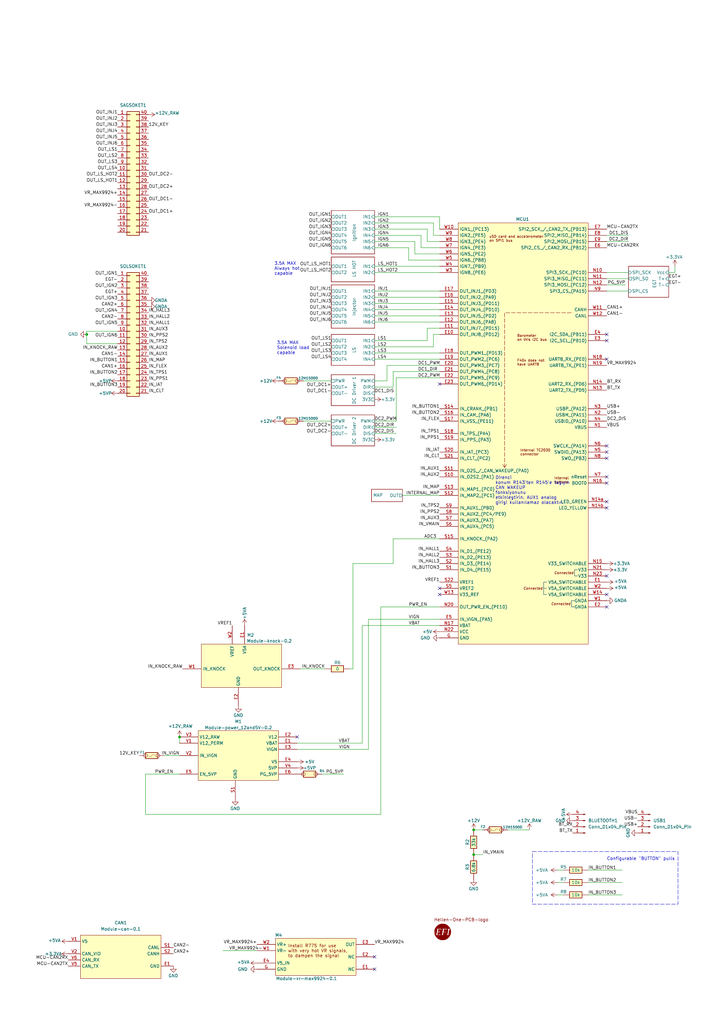
<source format=kicad_sch>
(kicad_sch (version 20231120) (generator "eeschema") (generator_version "8.0")
  (paper "A3" portrait)
  (title_block (title "UAEFI") (date "2024-08-15") (rev "D") (company "rusEFI.com") (comment 1 "https://rusefi.com/s/uaefi"))
  (lib_symbols
    (symbol "Connector:Conn_01x04_Pin" (pin_names (offset 1.016) hide)
      (property "Reference" "J" (at 0 5.08 0))
      (property "Value" "Conn_01x04_Pin" (at 0 -7.62 0))
      (symbol "Conn_01x04_Pin_1_1"
        (pin passive line (at 5.08 2.54 180) (length 3.81) (name "Pin_1") (number "1"))
        (pin passive line (at 5.08 0 180) (length 3.81) (name "Pin_2") (number "2"))
        (pin passive line (at 5.08 -2.54 180) (length 3.81) (name "Pin_3") (number "3"))
        (pin passive line (at 5.08 -5.08 180) (length 3.81) (name "Pin_4") (number "4"))
      )
    )
    (symbol "Connector_Generic:Conn_02x20_Counter_Clockwise" (pin_names (offset 1.016) hide)
      (property "Reference" "J" (at 1.27 25.4 0))
      (property "Value" "Conn_02x20_Counter_Clockwise" (at 1.27 -27.94 0))
      (symbol "Conn_02x20_Counter_Clockwise_1_1"
        (pin passive line (at -5.08 22.86 0) (length 3.81) (name "Pin_1") (number "1"))
        (pin passive line (at -5.08 0 0) (length 3.81) (name "Pin_10") (number "10"))
        (pin passive line (at -5.08 -2.54 0) (length 3.81) (name "Pin_11") (number "11"))
        (pin passive line (at -5.08 -5.08 0) (length 3.81) (name "Pin_12") (number "12"))
        (pin passive line (at -5.08 -7.62 0) (length 3.81) (name "Pin_13") (number "13"))
        (pin passive line (at -5.08 -10.16 0) (length 3.81) (name "Pin_14") (number "14"))
        (pin passive line (at -5.08 -12.7 0) (length 3.81) (name "Pin_15") (number "15"))
        (pin passive line (at -5.08 -15.24 0) (length 3.81) (name "Pin_16") (number "16"))
        (pin passive line (at -5.08 -17.78 0) (length 3.81) (name "Pin_17") (number "17"))
        (pin passive line (at -5.08 -20.32 0) (length 3.81) (name "Pin_18") (number "18"))
        (pin passive line (at -5.08 -22.86 0) (length 3.81) (name "Pin_19") (number "19"))
        (pin passive line (at -5.08 20.32 0) (length 3.81) (name "Pin_2") (number "2"))
        (pin passive line (at -5.08 -25.4 0) (length 3.81) (name "Pin_20") (number "20"))
        (pin passive line (at 7.62 -25.4 180) (length 3.81) (name "Pin_21") (number "21"))
        (pin passive line (at 7.62 -22.86 180) (length 3.81) (name "Pin_22") (number "22"))
        (pin passive line (at 7.62 -20.32 180) (length 3.81) (name "Pin_23") (number "23"))
        (pin passive line (at 7.62 -17.78 180) (length 3.81) (name "Pin_24") (number "24"))
        (pin passive line (at 7.62 -15.24 180) (length 3.81) (name "Pin_25") (number "25"))
        (pin passive line (at 7.62 -12.7 180) (length 3.81) (name "Pin_26") (number "26"))
        (pin passive line (at 7.62 -10.16 180) (length 3.81) (name "Pin_27") (number "27"))
        (pin passive line (at 7.62 -7.62 180) (length 3.81) (name "Pin_28") (number "28"))
        (pin passive line (at 7.62 -5.08 180) (length 3.81) (name "Pin_29") (number "29"))
        (pin passive line (at -5.08 17.78 0) (length 3.81) (name "Pin_3") (number "3"))
        (pin passive line (at 7.62 -2.54 180) (length 3.81) (name "Pin_30") (number "30"))
        (pin passive line (at 7.62 0 180) (length 3.81) (name "Pin_31") (number "31"))
        (pin passive line (at 7.62 2.54 180) (length 3.81) (name "Pin_32") (number "32"))
        (pin passive line (at 7.62 5.08 180) (length 3.81) (name "Pin_33") (number "33"))
        (pin passive line (at 7.62 7.62 180) (length 3.81) (name "Pin_34") (number "34"))
        (pin passive line (at 7.62 10.16 180) (length 3.81) (name "Pin_35") (number "35"))
        (pin passive line (at 7.62 12.7 180) (length 3.81) (name "Pin_36") (number "36"))
        (pin passive line (at 7.62 15.24 180) (length 3.81) (name "Pin_37") (number "37"))
        (pin passive line (at 7.62 17.78 180) (length 3.81) (name "Pin_38") (number "38"))
        (pin passive line (at 7.62 20.32 180) (length 3.81) (name "Pin_39") (number "39"))
        (pin passive line (at -5.08 15.24 0) (length 3.81) (name "Pin_4") (number "4"))
        (pin passive line (at 7.62 22.86 180) (length 3.81) (name "Pin_40") (number "40"))
        (pin passive line (at -5.08 12.7 0) (length 3.81) (name "Pin_5") (number "5"))
        (pin passive line (at -5.08 10.16 0) (length 3.81) (name "Pin_6") (number "6"))
        (pin passive line (at -5.08 7.62 0) (length 3.81) (name "Pin_7") (number "7"))
        (pin passive line (at -5.08 5.08 0) (length 3.81) (name "Pin_8") (number "8"))
        (pin passive line (at -5.08 2.54 0) (length 3.81) (name "Pin_9") (number "9"))
      )
    )
    (symbol "hellen-one-can-0.1:Module-can-0.1"
      (property "Reference" "M" (at 0 0 0))
      (property "Value" "Module-can-0.1" (at 0 0 0))
      (symbol "Module-can-0.1_1_0"
        (pin passive line (at 38.1 -12.7 180) (length 5.08) (name "GND") (number "E1"))
        (pin passive line (at 38.1 -5.08 180) (length 5.08) (name "CANL") (number "S1"))
        (pin passive line (at 38.1 -7.62 180) (length 5.08) (name "CANH") (number "S2"))
        (pin passive line (at -5.08 -2.54 0) (length 5.08) (name "V5") (number "V1"))
        (pin passive line (at -5.08 -7.62 0) (length 5.08) (name "CAN_VIO") (number "V2"))
        (pin passive line (at -5.08 -12.7 0) (length 5.08) (name "CAN_TX") (number "V5"))
        (pin passive line (at -5.08 -10.16 0) (length 5.08) (name "CAN_RX") (number "V6"))
      )
    )
    (symbol "hellen-one-common:+12V_RAW" (power) (pin_names (offset 0))
      (property "Value" "+12V_RAW" (at 0 3.556 0))
      (symbol "+12V_RAW_1_1"
        (pin power_in line (at 0 0 90) (length 0) hide (name "+12V_RAW") (number "1"))
      )
    )
    (symbol "hellen-one-common:Fuse-Pad-Pad" (pin_numbers hide) (pin_names (offset 0.762) hide)
      (property "Reference" "F" (at 0 2.54 0))
      (symbol "Fuse-Pad-Pad_0_1"
        (pin passive line (at -5.08 0 0) (length 2.54) (name "1") (number "1"))
        (pin passive line (at 5.08 0 180) (length 2.54) (name "2") (number "2"))
      )
    )
    (symbol "hellen-one-common:Jumper-Pad-Pad" (pin_numbers hide) (pin_names (offset 0.762) hide)
      (property "Reference" "R" (at 0 2.54 0))
      (symbol "Jumper-Pad-Pad_0_1"
        (pin passive line (at -5.08 0 0) (length 2.54) (name "1") (number "1"))
        (pin passive line (at 5.08 0 180) (length 2.54) (name "2") (number "2"))
      )
    )
    (symbol "hellen-one-common:LOGO" (pin_names (offset 1.016))
      (symbol "LOGO_0_0"
        (text "" (at 35.56 6.35 0) (effects (font (size 1.27 1.27))))
        (text "Hellen-One-PCB-logo" (at 0 0 0) (effects (font (size 1.27 1.27))))
      )
    )
    (symbol "hellen-one-common:Res" (pin_numbers hide)
      (property "Reference" "R" (at 3.81 2.54 0))
      (property "Value" "Res" (at 5.08 -2.54 0))
      (symbol "Res_1_0"
        (pin passive line (at 0 0 0) (length 2.54) (name "") (number "1"))
        (pin passive line (at 10.16 0 180) (length 2.54) (name "") (number "2"))
      )
    )
    (symbol "hellen-one-knock-0.2:Module-knock-0.2"
      (property "Reference" "M" (at 0 0 0))
      (property "Value" "Module-knock-0.2" (at 0 0 0))
      (symbol "Module-knock-0.2_1_0"
        (pin passive line (at 17.78 7.62 270) (length 7.62) (name "V5A") (number "E1"))
        (pin passive line (at 15.24 -25.4 90) (length 7.62) (name "GND") (number "E2"))
        (pin passive line (at 40.64 -10.16 180) (length 7.62) (name "OUT_KNOCK") (number "E3"))
        (pin passive line (at -7.62 -10.16 0) (length 7.62) (name "IN_KNOCK") (number "W1"))
        (pin passive line (at 12.7 7.62 270) (length 7.62) (name "VREF") (number "W2"))
      )
    )
    (symbol "hellen-one-mega-mcu100-0.3:Module{colon}mega-mcu100/0.3"
      (property "Reference" "M100" (at 7.62 2.54 0))
      (property "Value" "Module:mega-mcu100/0.3" (at 7.62 -172.72 0))
      (symbol "Module{colon}mega-mcu100/0.3_1_0"
        (text "Barometer\non this I2C bus" (at 31.75 -44.45 0) (effects (font (size 1.016 1.016)) (justify left)))
        (text "Connected" (at 34.29 -147.32 0) (effects (font (size 1.016 1.016) (italic yes)) (justify left)))
        (text "Connected" (at 45.72 -153.67 0) (effects (font (size 1.016 1.016) (italic yes)) (justify left)))
        (text "Connected" (at 46.99 -140.97 0) (effects (font (size 1.016 1.016) (italic yes)) (justify left)))
        (text "F40x does not\nhave UART8" (at 31.75 -54.61 0) (effects (font (size 1.016 1.016)) (justify left)))
        (text "Internal\nbuttons" (at 46.99 -102.87 0) (effects (font (size 1.016 1.016)) (justify left)))
        (text "Internal TC2030\nconnector" (at 33.02 -91.44 0) (effects (font (size 1.016 1.016)) (justify left)))
        (text "uSD card and accelerometer \non SPI1 bus" (at 20.32 -3.81 0) (effects (font (size 1.016 1.016)) (justify left)))
        (pin passive line (at 68.58 -144.78 180) (length 7.62) (name "V5A_SWITCHABLE") (number "E1"))
        (pin passive line (at 0 -43.18 0) (length 7.62) (name "OUT_INJ8_(PD12)") (number "E10"))
        (pin passive line (at 0 -40.64 0) (length 7.62) (name "OUT_INJ7_(PD15)") (number "E11"))
        (pin passive line (at 0 -38.1 0) (length 7.62) (name "OUT_INJ6_(PA8)") (number "E12"))
        (pin passive line (at 0 -35.56 0) (length 7.62) (name "OUT_INJ5_(PD2)") (number "E13"))
        (pin passive line (at 0 -33.02 0) (length 7.62) (name "OUT_INJ4_(PD10)") (number "E14"))
        (pin passive line (at 0 -30.48 0) (length 7.62) (name "OUT_INJ3_(PD11)") (number "E15"))
        (pin passive line (at 0 -27.94 0) (length 7.62) (name "OUT_INJ2_(PA9)") (number "E16"))
        (pin passive line (at 0 -25.4 0) (length 7.62) (name "OUT_INJ1_(PD3)") (number "E17"))
        (pin passive line (at 0 -50.8 0) (length 7.62) (name "OUT_PWM1_(PD13)") (number "E18"))
        (pin passive line (at 0 -53.34 0) (length 7.62) (name "OUT_PWM2_(PC6)") (number "E19"))
        (pin passive line (at 68.58 -154.94 180) (length 7.62) (name "GNDA") (number "E2"))
        (pin passive line (at 0 -55.88 0) (length 7.62) (name "OUT_PWM3_(PC7)") (number "E20"))
        (pin passive line (at 0 -58.42 0) (length 7.62) (name "OUT_PWM4_(PC8)") (number "E21"))
        (pin passive line (at 0 -60.96 0) (length 7.62) (name "OUT_PWM5_(PC9)") (number "E22"))
        (pin passive line (at 0 -63.5 0) (length 7.62) (name "OUT_PWM6_(PD14)") (number "E23"))
        (pin passive line (at 68.58 -45.72 180) (length 7.62) (name "I2C_SCL_(PB10)") (number "E3"))
        (pin passive line (at 68.58 -43.18 180) (length 7.62) (name "I2C_SDA_(PB11)") (number "E4"))
        (pin passive line (at 0 -160.02 0) (length 7.62) (name "IN_VIGN_(PA5)") (number "E5"))
        (pin passive line (at 68.58 -7.62 180) (length 7.62) (name "SPI2_CS_/_CAN2_RX_(PB12)") (number "E6"))
        (pin passive line (at 68.58 0 180) (length 7.62) (name "SPI2_SCK_/_CAN2_TX_(PB13)") (number "E7"))
        (pin passive line (at 68.58 -2.54 180) (length 7.62) (name "SPI2_MISO_(PB14)") (number "E8"))
        (pin passive line (at 68.58 -5.08 180) (length 7.62) (name "SPI2_MOSI_(PB15)") (number "E9"))
        (pin passive line (at 0 -167.64 0) (length 7.62) (name "GND") (number "G"))
        (pin passive line (at 68.58 -81.28 180) (length 7.62) (name "VBUS") (number "N1"))
        (pin passive line (at 68.58 -17.78 180) (length 7.62) (name "SPI3_SCK_(PC10)") (number "N10"))
        (pin passive line (at 68.58 -20.32 180) (length 7.62) (name "SPI3_MISO_(PC11)") (number "N11"))
        (pin passive line (at 68.58 -22.86 180) (length 7.62) (name "SPI3_MOSI_(PC12)") (number "N12"))
        (pin passive line (at 68.58 -66.04 180) (length 7.62) (name "UART2_TX_(PD5)") (number "N13"))
        (pin passive line (at 68.58 -63.5 180) (length 7.62) (name "UART2_RX_(PD6)") (number "N14"))
        (pin passive line (at 68.58 -111.76 180) (length 7.62) (name "LED_GREEN") (number "N14a"))
        (pin passive line (at 68.58 -114.3 180) (length 7.62) (name "LED_YELLOW") (number "N14b"))
        (pin passive line (at 68.58 -137.16 180) (length 7.62) (name "V33_SWITCHABLE") (number "N15"))
        (pin passive line (at 68.58 -104.14 180) (length 7.62) (name "BOOT0") (number "N16"))
        (pin passive line (at 0 -162.56 0) (length 7.62) (name "VBAT") (number "N17"))
        (pin passive line (at 68.58 -53.34 180) (length 7.62) (name "UART8_RX_(PE0)") (number "N18"))
        (pin passive line (at 68.58 -55.88 180) (length 7.62) (name "UART8_TX_(PE1)") (number "N19"))
        (pin passive line (at 68.58 -76.2 180) (length 7.62) (name "USBM_(PA11)") (number "N2"))
        (pin passive line (at 0 -154.94 0) (length 7.62) (name "OUT_PWR_EN_(PE10)") (number "N20"))
        (pin passive line (at 68.58 -139.7 180) (length 7.62) (name "V33") (number "N21"))
        (pin passive line (at 0 -165.1 0) (length 7.62) (name "VCC") (number "N22"))
        (pin passive line (at 68.58 -142.24 180) (length 7.62) (name "V33") (number "N23"))
        (pin passive line (at 68.58 -73.66 180) (length 7.62) (name "USBP_(PA12)") (number "N3"))
        (pin passive line (at 68.58 -78.74 180) (length 7.62) (name "USBID_(PA10)") (number "N4"))
        (pin passive line (at 68.58 -91.44 180) (length 7.62) (name "SWDIO_(PA13)") (number "N5"))
        (pin passive line (at 68.58 -88.9 180) (length 7.62) (name "SWCLK_(PA14)") (number "N6"))
        (pin passive line (at 68.58 -101.6 180) (length 7.62) (name "nReset") (number "N7"))
        (pin passive line (at 68.58 -93.98 180) (length 7.62) (name "SWO_(PB3)") (number "N8"))
        (pin passive line (at 68.58 -25.4 180) (length 7.62) (name "SPI3_CS_(PA15)") (number "N9"))
        (pin passive line (at 0 -139.7 0) (length 7.62) (name "IN_D4_(PE15)") (number "S1"))
        (pin passive line (at 0 -101.6 0) (length 7.62) (name "IN_O2S2_(PA1)") (number "S10"))
        (pin passive line (at 0 -99.06 0) (length 7.62) (name "IN_O2S_/_CAN_WAKEUP_(PA0)") (number "S11"))
        (pin passive line (at 0 -109.22 0) (length 7.62) (name "IN_MAP2_(PC1)") (number "S12"))
        (pin passive line (at 0 -106.68 0) (length 7.62) (name "IN_MAP1_(PC0)") (number "S13"))
        (pin passive line (at 0 -73.66 0) (length 7.62) (name "IN_CRANK_(PB1)") (number "S14"))
        (pin passive line (at 0 -127 0) (length 7.62) (name "IN_KNOCK_(PA2)") (number "S15"))
        (pin passive line (at 0 -76.2 0) (length 7.62) (name "IN_CAM_(PA6)") (number "S16"))
        (pin passive line (at 0 -78.74 0) (length 7.62) (name "IN_VSS_(PE11)") (number "S17"))
        (pin passive line (at 0 -83.82 0) (length 7.62) (name "IN_TPS_(PA4)") (number "S18"))
        (pin passive line (at 0 -86.36 0) (length 7.62) (name "IN_PPS_(PA3)") (number "S19"))
        (pin passive line (at 0 -137.16 0) (length 7.62) (name "IN_D3_(PE14)") (number "S2"))
        (pin passive line (at 0 -91.44 0) (length 7.62) (name "IN_IAT_(PC3)") (number "S20"))
        (pin passive line (at 0 -93.98 0) (length 7.62) (name "IN_CLT_(PC2)") (number "S21"))
        (pin passive line (at 0 -144.78 0) (length 7.62) (name "VREF1") (number "S22"))
        (pin passive line (at 0 -134.62 0) (length 7.62) (name "IN_D2_(PE13)") (number "S3"))
        (pin passive line (at 0 -132.08 0) (length 7.62) (name "IN_D1_(PE12)") (number "S4"))
        (pin passive line (at 0 -147.32 0) (length 7.62) (name "VREF2") (number "S5"))
        (pin passive line (at 0 -121.92 0) (length 7.62) (name "IN_AUX4_(PC5)") (number "S6"))
        (pin passive line (at 0 -119.38 0) (length 7.62) (name "IN_AUX3_(PA7)") (number "S7"))
        (pin passive line (at 0 -116.84 0) (length 7.62) (name "IN_AUX2_(PC4/PE9)") (number "S8"))
        (pin passive line (at 0 -114.3 0) (length 7.62) (name "IN_AUX1_(PB0)") (number "S9"))
        (pin passive line (at 68.58 -152.4 180) (length 7.62) (name "GNDA") (number "W1"))
        (pin passive line (at 0 0 0) (length 7.62) (name "IGN1_(PC13)") (number "W10"))
        (pin passive line (at 68.58 -33.02 180) (length 7.62) (name "CANH") (number "W11"))
        (pin passive line (at 68.58 -35.56 180) (length 7.62) (name "CANL") (number "W12"))
        (pin passive line (at 0 -149.86 0) (length 7.62) (name "V33_REF") (number "W13"))
        (pin passive line (at 68.58 -149.86 180) (length 7.62) (name "V5A_SWITCHABLE") (number "W14"))
        (pin passive line (at 68.58 -147.32 180) (length 7.62) (name "V5A_SWITCHABLE") (number "W2"))
        (pin passive line (at 0 -17.78 0) (length 7.62) (name "IGN8_(PE6)") (number "W3"))
        (pin passive line (at 0 -15.24 0) (length 7.62) (name "IGN7_(PB9)") (number "W4"))
        (pin passive line (at 0 -12.7 0) (length 7.62) (name "IGN6_(PB8)") (number "W5"))
        (pin passive line (at 0 -10.16 0) (length 7.62) (name "IGN5_(PE2)") (number "W6"))
        (pin passive line (at 0 -7.62 0) (length 7.62) (name "IGN4_(PE3)") (number "W7"))
        (pin passive line (at 0 -5.08 0) (length 7.62) (name "IGN3_(PE4)") (number "W8"))
        (pin passive line (at 0 -2.54 0) (length 7.62) (name "IGN2_(PE5)") (number "W9"))
      )
    )
    (symbol "hellen-one-power_12and5V:Module-power_12and5V-0.2"
      (property "Reference" "M" (at 1.27 1.27 0))
      (property "Value" "Module-power_12and5V-0.2" (at -1.27 3.81 0))
      (symbol "Module-power_12and5V-0.2_1_0"
        (pin passive line (at 40.64 -5.08 180) (length 7.62) (name "VBAT") (number "E1"))
        (pin passive line (at 40.64 -2.54 180) (length 7.62) (name "V12") (number "E2"))
        (pin passive line (at 40.64 -7.62 180) (length 7.62) (name "VIGN") (number "E3"))
        (pin passive line (at 40.64 -12.7 180) (length 7.62) (name "V5") (number "E4"))
        (pin passive line (at -7.62 -17.78 0) (length 7.62) (name "EN_5VP") (number "E5"))
        (pin passive line (at 40.64 -17.78 180) (length 7.62) (name "PG_5VP") (number "E6"))
        (pin passive line (at 15.24 -27.94 90) (length 7.62) (name "GND") (number "S1"))
        (pin passive line (at -7.62 -5.08 0) (length 7.62) (name "V12_PERM") (number "V1"))
        (pin passive line (at -7.62 -10.16 0) (length 7.62) (name "IN_VIGN") (number "V2"))
        (pin passive line (at -7.62 -2.54 0) (length 7.62) (name "V12_RAW") (number "V3"))
        (pin passive line (at 40.64 -15.24 180) (length 7.62) (name "5VP") (number "V4"))
      )
    )
    (symbol "power:+12V" (power) (pin_names (offset 0))
      (property "Value" "+12V" (at 0 3.556 0))
      (symbol "+12V_1_1"
        (pin power_in line (at 0 0 90) (length 0) hide (name "+12V") (number "1"))
      )
    )
    (symbol "power:+3.3V" (power) (pin_names (offset 0))
      (property "Value" "+3.3V" (at 0 3.556 0))
      (symbol "+3.3V_1_1"
        (pin power_in line (at 0 0 90) (length 0) hide (name "+3.3V") (number "1"))
      )
    )
    (symbol "power:+3.3VA" (power) (pin_names (offset 0))
      (property "Value" "+3.3VA" (at 0 3.556 0))
      (symbol "+3.3VA_1_1"
        (pin power_in line (at 0 0 90) (length 0) hide (name "+3.3VA") (number "1"))
      )
    )
    (symbol "power:+5V" (power) (pin_names (offset 0))
      (property "Value" "+5V" (at 0 3.556 0))
      (symbol "+5V_1_1"
        (pin power_in line (at 0 0 90) (length 0) hide (name "+5V") (number "1"))
      )
    )
    (symbol "power:+5VA" (power) (pin_names (offset 0))
      (property "Value" "+5VA" (at 0 3.556 0))
      (symbol "+5VA_1_1"
        (pin power_in line (at 0 0 90) (length 0) hide (name "+5VA") (number "1"))
      )
    )
    (symbol "power:+5VP" (power) (pin_names (offset 0))
      (property "Value" "+5VP" (at 0 3.556 0))
      (symbol "+5VP_1_1"
        (pin power_in line (at 0 0 90) (length 0) hide (name "+5VP") (number "1"))
      )
    )
    (symbol "power:GND" (power) (pin_names (offset 0))
      (property "Value" "GND" (at 0 -3.81 0))
      (symbol "GND_1_1"
        (pin power_in line (at 0 0 270) (length 0) hide (name "GND") (number "1"))
      )
    )
    (symbol "power:GNDA" (power) (pin_names (offset 0))
      (property "Value" "GNDA" (at 0 -3.81 0))
      (symbol "GNDA_1_1"
        (pin power_in line (at 0 0 270) (length 0) hide (name "GNDA") (number "1"))
      )
    )
    (symbol "rusefi_logo:RUSEFI_LOGO" (pin_names (offset 1.016)))
    (symbol "vr-max9924:Module-vr-max9924-0.1"
      (property "Reference" "M" (at 1.27 1.27 0))
      (property "Value" "Module-vr-max9924-0.1" (at 16.51 -16.51 0))
      (symbol "Module-vr-max9924-0.1_1_0"
        (text "Install R775 for use \nwith very hot VR signals, \nto dampen the signal" (at 5.08 -5.08 0) (effects (font (size 1.27 1.27)) (justify left)))
        (pin passive line (at 40.64 -12.7 180) (length 7.62) (name "NC") (number "E1"))
        (pin passive line (at 40.64 -7.62 180) (length 7.62) (name "NC") (number "E2"))
        (pin passive line (at 40.64 -2.54 180) (length 7.62) (name "OUT") (number "E3"))
        (pin passive line (at -7.62 -10.16 0) (length 7.62) (name "V5_IN") (number "E4"))
        (pin passive line (at -7.62 -12.7 0) (length 7.62) (name "GND") (number "G"))
        (pin passive line (at -7.62 -5.08 0) (length 7.62) (name "VR-") (number "W1"))
        (pin passive line (at -7.62 -2.54 0) (length 7.62) (name "VR+") (number "W2"))
      )
    )
  )
  (junction (at 194.31 340.36))
  (junction (at 73.66 302.26))
  (junction (at 35.56 137.16))
  (junction (at 194.31 350.52))
  (no_connect (at 248.92 182.88))
  (no_connect (at 248.92 187.96))
  (no_connect (at 248.92 248.92))
  (no_connect (at 248.92 147.32))
  (no_connect (at 248.92 198.12))
  (no_connect (at 248.92 208.28))
  (no_connect (at 248.92 185.42))
  (no_connect (at 121.92 302.26))
  (no_connect (at 248.92 236.22))
  (no_connect (at 248.92 205.74))
  (no_connect (at 153.67 392.43))
  (no_connect (at 248.92 243.84))
  (no_connect (at 180.34 157.48))
  (no_connect (at 248.92 137.16))
  (no_connect (at 248.92 139.7))
  (no_connect (at 153.67 397.51))
  (no_connect (at 180.34 241.3))
  (no_connect (at 180.34 243.84))
  (no_connect (at 248.92 195.58))
  (wire (pts (xy 153.67 139.7) (xy 175.26 139.7)))
  (wire (pts (xy 153.67 147.32) (xy 180.34 147.32)))
  (wire (pts (xy 153.67 119.38) (xy 180.34 119.38)))
  (wire (pts (xy 153.67 172.72) (xy 162.56 172.72)))
  (wire (pts (xy 153.67 129.54) (xy 180.34 129.54)))
  (wire (pts (xy 153.67 93.98) (xy 175.26 93.98)))
  (wire (pts (xy 276.86 111.76) (xy 276.86 109.22)))
  (wire (pts (xy 133.35 274.32) (xy 123.19 274.32)))
  (wire (pts (xy 153.67 127) (xy 180.34 127)))
  (wire (pts (xy 180.34 88.9) (xy 180.34 93.98)))
  (wire (pts (xy 153.67 111.76) (xy 180.34 111.76)))
  (wire (pts (xy 153.67 101.6) (xy 167.64 101.6)))
  (wire (pts (xy 208.28 340.36) (xy 217.17 340.36)))
  (wire (pts (xy 156.21 334.01) (xy 156.21 248.92)))
  (wire (pts (xy 153.67 144.78) (xy 180.34 144.78)))
  (wire (pts (xy 167.64 106.68) (xy 180.34 106.68)))
  (wire (pts (xy 148.59 256.54) (xy 180.34 256.54)))
  (wire (pts (xy 248.92 99.06) (xy 257.81 99.06)))
  (wire (pts (xy 241.3 361.95) (xy 255.27 361.95)))
  (wire (pts (xy 124.46 172.72) (xy 135.89 172.72)))
  (wire (pts (xy 172.72 101.6) (xy 180.34 101.6)))
  (wire (pts (xy 248.92 111.76) (xy 257.81 111.76)))
  (wire (pts (xy 153.67 124.46) (xy 180.34 124.46)))
  (wire (pts (xy 248.92 96.52) (xy 257.81 96.52)))
  (wire (pts (xy 177.8 137.16) (xy 180.34 137.16)))
  (wire (pts (xy 35.56 135.89) (xy 35.56 137.16)))
  (wire (pts (xy 256.54 116.84) (xy 248.92 116.84)))
  (wire (pts (xy 170.18 99.06) (xy 170.18 104.14)))
  (wire (pts (xy 161.29 152.4) (xy 180.34 152.4)))
  (wire (pts (xy 153.67 121.92) (xy 180.34 121.92)))
  (wire (pts (xy 124.46 156.21) (xy 135.89 156.21)))
  (wire (pts (xy 175.26 134.62) (xy 180.34 134.62)))
  (wire (pts (xy 161.29 220.98) (xy 180.34 220.98)))
  (wire (pts (xy 59.69 317.5) (xy 73.66 317.5)))
  (wire (pts (xy 172.72 96.52) (xy 172.72 101.6)))
  (wire (pts (xy 158.75 149.86) (xy 180.34 149.86)))
  (wire (pts (xy 153.67 91.44) (xy 177.8 91.44)))
  (wire (pts (xy 144.78 231.14) (xy 161.29 231.14)))
  (wire (pts (xy 156.21 248.92) (xy 180.34 248.92)))
  (wire (pts (xy 143.51 274.32) (xy 144.78 274.32)))
  (wire (pts (xy 162.56 172.72) (xy 162.56 154.94)))
  (wire (pts (xy 165.1 203.2) (xy 180.34 203.2)))
  (wire (pts (xy 161.29 231.14) (xy 161.29 220.98)))
  (wire (pts (xy 91.44 389.89) (xy 105.41 389.89)))
  (wire (pts (xy 153.67 175.26) (xy 162.56 175.26)))
  (wire (pts (xy 59.69 334.01) (xy 156.21 334.01)))
  (wire (pts (xy 194.31 340.36) (xy 198.12 340.36)))
  (wire (pts (xy 132.08 317.5) (xy 140.97 317.5)))
  (wire (pts (xy 194.31 350.52) (xy 198.12 350.52)))
  (wire (pts (xy 153.67 109.22) (xy 180.34 109.22)))
  (wire (pts (xy 153.67 142.24) (xy 177.8 142.24)))
  (wire (pts (xy 175.26 99.06) (xy 180.34 99.06)))
  (wire (pts (xy 151.13 254) (xy 180.34 254)))
  (wire (pts (xy 121.92 304.8) (xy 148.59 304.8)))
  (wire (pts (xy 248.92 119.38) (xy 257.81 119.38)))
  (wire (pts (xy 175.26 139.7) (xy 175.26 134.62)))
  (wire (pts (xy 153.67 96.52) (xy 172.72 96.52)))
  (wire (pts (xy 161.29 158.75) (xy 161.29 152.4)))
  (wire (pts (xy 151.13 307.34) (xy 151.13 254)))
  (wire (pts (xy 153.67 99.06) (xy 170.18 99.06)))
  (wire (pts (xy 153.67 156.21) (xy 158.75 156.21)))
  (wire (pts (xy 59.69 334.01) (xy 59.69 317.5)))
  (wire (pts (xy 153.67 88.9) (xy 180.34 88.9)))
  (wire (pts (xy 170.18 104.14) (xy 180.34 104.14)))
  (wire (pts (xy 48.26 140.97) (xy 35.56 140.97)))
  (wire (pts (xy 148.59 304.8) (xy 148.59 256.54)))
  (wire (pts (xy 48.26 135.89) (xy 35.56 135.89)))
  (wire (pts (xy 228.6 361.95) (xy 231.14 361.95)))
  (wire (pts (xy 35.56 140.97) (xy 35.56 137.16)))
  (wire (pts (xy 144.78 274.32) (xy 144.78 231.14)))
  (wire (pts (xy 228.6 367.03) (xy 231.14 367.03)))
  (wire (pts (xy 175.26 93.98) (xy 175.26 99.06)))
  (wire (pts (xy 167.64 101.6) (xy 167.64 106.68)))
  (wire (pts (xy 73.66 302.26) (xy 73.66 304.8)))
  (wire (pts (xy 121.92 307.34) (xy 151.13 307.34)))
  (wire (pts (xy 67.31 309.88) (xy 73.66 309.88)))
  (wire (pts (xy 228.6 356.87) (xy 231.14 356.87)))
  (wire (pts (xy 158.75 156.21) (xy 158.75 149.86)))
  (wire (pts (xy 153.67 158.75) (xy 161.29 158.75)))
  (wire (pts (xy 153.67 132.08) (xy 180.34 132.08)))
  (wire (pts (xy 153.67 177.8) (xy 162.56 177.8)))
  (wire (pts (xy 177.8 142.24) (xy 177.8 137.16)))
  (wire (pts (xy 274.32 111.76) (xy 276.86 111.76)))
  (wire (pts (xy 162.56 154.94) (xy 180.34 154.94)))
  (wire (pts (xy 177.8 96.52) (xy 180.34 96.52)))
  (wire (pts (xy 248.92 114.3) (xy 257.81 114.3)))
  (wire (pts (xy 241.3 356.87) (xy 255.27 356.87)))
  (wire (pts (xy 241.3 367.03) (xy 255.27 367.03)))
  (wire (pts (xy 177.8 91.44) (xy 177.8 96.52)))
  (rectangle (start 218.44 349.25) (end 278.13 370.84) (stroke (width 0) (type dash)))
  (text "3.5A MAX\nSolenoid load\ncapable" (at 113.538 145.542 0) (effects (font (size 1.27 1.27)) (justify left bottom)))
  (text "Direnci\nkonum R143'ten R145'e taşıyın\nCAN WAKEUP\nfonksiyonunu\netkinleştirin. AUX1 analog\ngirişi kullanılamaz olacaktır." (at 203.2 207.01 0) (effects (font (size 1.27 1.27)) (justify left bottom)))
  (text "3.5A MAX\nAlways hot\ncapable" (at 112.522 113.03 0) (effects (font (size 1.27 1.27)) (justify left bottom)))
  (text "Configurable \"BUTTON\" pulls" (at 248.92 353.06 0) (effects (font (size 1.27 1.27)) (justify left bottom)))
  (label "PG_5VP" (at 256.54 116.84 180))
  (label "IN_HALL1" (at 180.34 226.06 180))
  (label "12V_KEY" (at 57.15 309.88 180))
  (label "IN_PPS1" (at 180.34 180.34 180))
  (label "IN_PPS2" (at 60.96 138.43 0))
  (label "MCU-CAN2TX" (at 248.92 93.98 0))
  (label "OUT_LS1" (at 135.89 139.7 180))
  (label "CAN1-" (at 48.26 146.05 180))
  (label "IN_AUX2" (at 60.96 143.51 0))
  (label "DC2_DIR" (at 153.67 175.26 0))
  (label "OUT_DC1-" (at 135.89 161.29 180))
  (label "OUT_IGN3" (at 135.89 93.98 180))
  (label "OUT_INJ6" (at 48.26 59.69 180))
  (label "OUT_INJ5" (at 48.26 57.15 180))
  (label "MCU-CAN2RX" (at 27.94 393.7 180))
  (label "IN_IAT" (at 60.96 158.75 0))
  (label "LS3" (at 154.94 144.78 0))
  (label "IN_CLT" (at 180.34 187.96 180))
  (label "CAN2-" (at 71.12 388.62 0))
  (label "MCU-CAN2RX" (at 248.92 101.6 0))
  (label "EGT+" (at 48.26 120.65 180))
  (label "OUT_LS3" (at 48.26 67.31 180))
  (label "IN_HALL3" (at 60.96 128.27 0))
  (label "OUT_INJ4" (at 135.89 127 180))
  (label "OUT_LS4" (at 135.89 147.32 180))
  (label "OUT_DC2-" (at 135.89 177.8 180))
  (label "INJ6" (at 154.94 132.08 0))
  (label "BT_RX" (at 234.95 339.09 180))
  (label "OUT_INJ1" (at 135.89 119.38 180))
  (label "CAN1+" (at 248.92 127 0))
  (label "IN_BUTTON3" (at 241.3 367.03 0))
  (label "IGN5" (at 154.94 99.06 0))
  (label "OUT_IGN5" (at 48.26 133.35 180))
  (label "IN_FLEX" (at 180.34 172.72 180))
  (label "VR_MAX9924+" (at 48.26 80.01 180))
  (label "IN_HALL2" (at 60.96 130.81 0))
  (label "IN_VMAIN" (at 198.12 350.52 0))
  (label "USB-" (at 261.62 336.55 180))
  (label "OUT_INJ3" (at 48.26 52.07 180))
  (label "BT_TX" (at 234.95 341.63 180))
  (label "IN_AUX1" (at 60.96 146.05 0))
  (label "VIGN" (at 143.51 307.34 180))
  (label "VBAT" (at 167.64 256.54 0))
  (label "IN_HALL2" (at 180.34 228.6 180))
  (label "IGN6" (at 154.94 101.6 0))
  (label "USB+" (at 248.92 167.64 0))
  (label "OUT_INJ2" (at 48.26 49.53 180))
  (label "OUT_LS_HOT2" (at 135.89 111.76 180))
  (label "CAN1+" (at 48.26 151.13 180))
  (label "BT_RX" (at 248.92 157.48 0))
  (label "VREF1" (at 180.34 238.76 180))
  (label "IN_BUTTON1" (at 180.34 167.64 180))
  (label "OUT_INJ4" (at 48.26 54.61 180))
  (label "IN_TPS2" (at 60.96 140.97 0))
  (label "OUT_LS3" (at 135.89 144.78 180))
  (label "INJ4" (at 154.94 127 0))
  (label "DC1_DIS" (at 257.81 96.52 180))
  (label "LS4" (at 154.94 147.32 0))
  (label "IN_TPS1" (at 60.96 153.67 0))
  (label "INJ5" (at 154.94 129.54 0))
  (label "IN_KNOCK" (at 133.35 274.32 180))
  (label "BT_TX" (at 248.92 160.02 0))
  (label "USB+" (at 261.62 339.09 180))
  (label "DC2_DIS" (at 248.92 172.72 0))
  (label "IGN2" (at 154.94 91.44 0))
  (label "OUT_DC2+" (at 60.96 77.47 0))
  (label "USB-" (at 248.92 170.18 0))
  (label "OUT_IGN4" (at 135.89 96.52 180))
  (label "IN_BUTTON1" (at 48.26 148.59 180))
  (label "DC2_PWM" (at 153.67 172.72 0))
  (label "IN_BUTTON1" (at 241.3 356.87 0))
  (label "VREF1" (at 95.25 256.54 180))
  (label "PWR_EN" (at 63.5 317.5 0))
  (label "OUT_LS1" (at 48.26 62.23 180))
  (label "VBAT" (at 143.51 304.8 180))
  (label "IN_PPS1" (at 60.96 156.21 0))
  (label "OUT_IGN2" (at 135.89 91.44 180))
  (label "PG_5VP" (at 140.97 317.5 180))
  (label "OUT_DC1+" (at 60.96 87.63 0))
  (label "OUT_LS_HOT1" (at 135.89 109.22 180))
  (label "LS_HOT2" (at 154.94 111.76 0))
  (label "OUT_IGN2" (at 48.26 118.11 180))
  (label "IN_MAP" (at 60.96 148.59 0))
  (label "OUT_INJ3" (at 135.89 124.46 180))
  (label "IN_KNOCK_RAW" (at 48.26 143.51 180))
  (label "VR_MAX9924" (at 248.92 149.86 0))
  (label "DC2_PWM" (at 171.45 154.94 0))
  (label "DC2_DIR" (at 257.81 99.06 180))
  (label "IN_BUTTON3" (at 180.34 233.68 180))
  (label "IN_TPS2" (at 180.34 208.28 180))
  (label "IN_HALL3" (at 180.34 231.14 180))
  (label "OUT_IGN1" (at 48.26 113.03 180))
  (label "IN_AUX1" (at 180.34 193.04 180))
  (label "IN_BUTTON3" (at 48.26 158.75 180))
  (label "DC1_DIR" (at 171.45 152.4 0))
  (label "IN_PPS2" (at 180.34 210.82 180))
  (label "VR_MAX9924+" (at 105.41 387.35 180))
  (label "OUT_INJ2" (at 135.89 121.92 180))
  (label "LS2" (at 154.94 142.24 0))
  (label "EGT-" (at 48.26 115.57 180))
  (label "MCU-CAN2TX" (at 27.94 396.24 180))
  (label "OUT_DC2-" (at 60.96 72.39 0))
  (label "VIGN" (at 167.64 254 0))
  (label "IN_AUX3" (at 60.96 135.89 0))
  (label "INJ3" (at 154.94 124.46 0))
  (label "VR_MAX9924" (at 153.67 387.35 0))
  (label "IN_TPS1" (at 180.34 177.8 180))
  (label "EGT+" (at 274.32 114.3 0))
  (label "ADC3" (at 173.99 220.98 0))
  (label "OUT_IGN6" (at 135.89 101.6 180))
  (label "OUT_INJ6" (at 135.89 132.08 180))
  (label "VBUS" (at 248.92 175.26 0))
  (label "OUT_LS_HOT1" (at 48.26 74.93 180))
  (label "IN_MAP" (at 180.34 200.66 180))
  (label "IN_BUTTON2" (at 180.34 170.18 180))
  (label "CAN2+" (at 71.12 391.16 0))
  (label "OUT_INJ5" (at 135.89 129.54 180))
  (label "VR_MAX9924-" (at 93.98 389.89 0))
  (label "CAN1-" (at 248.92 129.54 0))
  (label "IN_AUX2" (at 180.34 195.58 180))
  (label "CAN2+" (at 48.26 125.73 180))
  (label "IGN1" (at 154.94 88.9 0))
  (label "IN_IAT" (at 180.34 185.42 180))
  (label "IN_HALL1" (at 60.96 133.35 0))
  (label "OUT_IGN3" (at 48.26 123.19 180))
  (label "OUT_IGN4" (at 48.26 128.27 180))
  (label "IN_CLT" (at 60.96 161.29 0))
  (label "12V_KEY" (at 60.96 52.07 0))
  (label "OUT_LS2" (at 135.89 142.24 180))
  (label "PWR_EN" (at 167.64 248.92 0))
  (label "OUT_DC1+" (at 135.89 158.75 180))
  (label "IN_VIGN" (at 73.66 309.88 180))
  (label "OUT_IGN1" (at 135.89 88.9 180))
  (label "OUT_DC1-" (at 60.96 82.55 0))
  (label "OUT_INJ1" (at 48.26 46.99 180))
  (label "VR_MAX9924-" (at 48.26 85.09 180))
  (label "OUT_IGN5" (at 135.89 99.06 180))
  (label "IGN4" (at 154.94 96.52 0))
  (label "IN_KNOCK_RAW" (at 74.93 274.32 180))
  (label "DC1_DIS" (at 153.67 161.29 0))
  (label "OUT_LS4" (at 48.26 69.85 180))
  (label "LS_HOT1" (at 154.94 109.22 0))
  (label "INJ1" (at 154.94 119.38 0))
  (label "OUT_IGN6" (at 48.26 138.43 180))
  (label "IN_AUX3" (at 180.34 213.36 180))
  (label "IGN3" (at 154.94 93.98 0))
  (label "DC2_DIS" (at 153.67 177.8 0))
  (label "INJ2" (at 154.94 121.92 0))
  (label "OUT_DC2+" (at 135.89 175.26 180))
  (label "EGT-" (at 274.32 116.84 0))
  (label "IN_FLEX" (at 60.96 151.13 0))
  (label "OUT_LS_HOT2" (at 48.26 72.39 180))
  (label "OUT_LS2" (at 48.26 64.77 180))
  (label "LS1" (at 154.94 139.7 0))
  (label "CAN2-" (at 48.26 130.81 180))
  (label "DC1_PWM" (at 171.45 149.86 0))
  (label "VBUS" (at 261.62 334.01 180))
  (label "IN_VMAIN" (at 180.34 215.9 180))
  (label "IN_BUTTON2" (at 48.26 153.67 180))
  (label "INTERNAL_MAP" (at 180.34 203.2 180))
  (label "IN_BUTTON2" (at 241.3 361.95 0))
  (symbol (lib_id "hellen-one-common:+12V_RAW") (at 217.17 340.36 0) (unit 1)
    (property "Reference" "#PWR015" (effects (hide yes)))
    (property "Value" "+12V_RAW" (at 212.09 336.55 0) (effects (justify left)))
  )
  (symbol (lib_id "power:GND") (at 180.34 261.62 270) (mirror x) (unit 1)
    (property "Reference" "#PWR034" (effects (hide yes)))
    (property "Value" "GND" (at 176.53 261.62 90) (effects (justify right)))
  )
  (symbol (lib_id "power:+3.3V") (at 248.92 233.68 270) (unit 1)
    (property "Reference" "#PWR046" (effects (hide yes)))
    (property "Value" "+3.3V" (at 251.46 233.68 90) (effects (justify left)))
  )
  (symbol (lib_id "power:+5VP") (at 48.26 156.21 90) (unit 1)
    (property "Reference" "#PWR020" (effects (hide yes)))
    (property "Value" "+5VP" (at 43.18 156.21 90))
  )
  (symbol (lib_id "power:GND") (at 60.96 125.73 90) (mirror x) (unit 1)
    (property "Reference" "#PWR010" (effects (hide yes)))
    (property "Value" "GNDA" (at 66.04 125.73 90))
  )
  (symbol (lib_id "hellen-one-common:Fuse-Pad-Pad") (at 119.38 172.72 0) (unit 1)
    (property "Reference" "F3" (at 114.3 171.45 0) (effects (font (size 1.016 1.016))))
    (property "Value" "12H1500D" (at 126.4692 171.6113 0) (effects (font (size 1.016 1.016))))
    (property "Footprint" "hellen-one-common:PAD-1206-PAD" (effects (hide yes)))
    (property "LCSC" "C182446" (effects (hide yes)))
  )
  (symbol (lib_id "hellen-one-common:Jumper-Pad-Pad") (at 127 317.5 0) (unit 1)
    (property "Reference" "R4" (at 132.08 316.23 0) (effects (font (size 1.016 1.016))))
    (property "Value" "Jumper-Pad-Pad" (effects (hide yes)))
    (property "Footprint" "hellen-one-common:PAD-0805-PAD" (effects (hide yes)))
    (property "LCSC" "C17477" (effects (hide yes)))
  )
  (symbol (lib_id "power:GND") (at 261.62 341.63 270) (mirror x) (unit 1)
    (property "Reference" "#PWR016" (effects (hide yes)))
    (property "Value" "GND" (at 257.6766 341.5792 0))
  )
  (symbol (lib_id "power:GNDA") (at 248.92 246.38 90) (unit 1)
    (property "Reference" "#PWR049" (effects (hide yes)))
    (property "Value" "GNDA" (at 254.5144 246.2657 90))
  )
  (symbol (lib_id "power:+5VA") (at 228.6 356.87 90) (unit 1)
    (property "Reference" "#PWR02" (effects (hide yes)))
    (property "Value" "+5VA" (at 222.25 356.87 90))
  )
  (symbol (lib_id "power:+3.3V") (at 153.67 180.34 270) (unit 1)
    (property "Reference" "#PWR032" (effects (hide yes)))
    (property "Value" "+3.3V" (at 156.21 180.34 90) (effects (justify left)))
  )
  (symbol (lib_id "hellen-one-knock-0.2:Module-knock-0.2") (at 82.55 264.16 0) (unit 1)
    (property "Reference" "M2" (at 101.3461 260.4706 0) (effects (justify left)))
    (property "Value" "Module-knock-0.2" (at 110.49 262.89 0))
    (property "Footprint" "hellen-one-knock-0.2:knock" (effects (hide yes)))
  )
  (symbol (lib_id "hellen-one-common:Fuse-Pad-Pad") (at 203.2 340.36 0) (unit 1)
    (property "Reference" "F2" (at 198.12 339.09 0) (effects (font (size 1.016 1.016))))
    (property "Value" "12H1500D" (at 210.2892 339.2513 0) (effects (font (size 1.016 1.016))))
    (property "Footprint" "hellen-one-common:PAD-1206-PAD" (effects (hide yes)))
    (property "LCSC" "C182446" (effects (hide yes)))
  )
  (symbol (lib_id "hellen-one-common:Fuse-Pad-Pad") (at 119.38 156.21 0) (unit 1)
    (property "Reference" "F4" (at 114.3 154.94 0) (effects (font (size 1.016 1.016))))
    (property "Value" "12H1500D" (at 126.4692 155.1013 0) (effects (font (size 1.016 1.016))))
    (property "Footprint" "hellen-one-common:PAD-1206-PAD" (effects (hide yes)))
    (property "LCSC" "C182446" (effects (hide yes)))
  )
  (symbol (lib_id "hellen-one-common:LOGO") (at 189.23 377.19 0) (unit 1)
    (property "Reference" "G2" (effects (hide yes)))
    (property "Value" "LOGO" (effects (hide yes)))
    (property "Footprint" "hellen-one-common:LOGO" (effects (hide yes)))
  )
  (symbol (lib_id "power:GND") (at 105.41 397.51 270) (mirror x) (unit 1)
    (property "Reference" "#PWR012" (effects (hide yes)))
    (property "Value" "GND" (at 101.6 397.51 90) (effects (justify right)))
  )
  (symbol (lib_id "power:GND") (at 60.96 123.19 90) (mirror x) (unit 1)
    (property "Reference" "#PWR04" (effects (hide yes)))
    (property "Value" "GNDA" (at 66.04 123.19 90))
  )
  (symbol (lib_id "hellen-one-common:Res") (at 241.3 356.87 180) (unit 1)
    (property "Reference" "R5" (at 231.14 355.6 0))
    (property "Value" "10k" (at 236.22 356.87 0))
    (property "Footprint" "hellen-one-common:R0805" (effects (hide yes)))
    (property "LCSC" "C17414" (effects (hide yes)))
  )
  (symbol (lib_id "hellen-one-common:Res") (at 241.3 361.95 180) (unit 1)
    (property "Reference" "R7" (at 231.14 360.68 0))
    (property "Value" "10k" (at 236.22 361.95 0))
    (property "Footprint" "hellen-one-common:R0805" (effects (hide yes)))
    (property "LCSC" "C17414" (effects (hide yes)))
  )
  (symbol (lib_id "hellen-one-mega-mcu100-0.3:Module{colon}mega-mcu100/0.3") (at 180.34 93.98 0) (unit 1)
    (property "Reference" "MCU1" (at 214.376 89.916 0))
    (property "Value" "Module:mega-mcu100/0.3" (effects (hide yes)))
    (property "Footprint" "hellen-one-mega-mcu100-0.3:mega-mcu100" (effects (hide yes)))
    (property "PUBLISHER" "qwerty-off" (effects (hide yes)))
    (property "SUPPLIER PART NUMBER 1" "*" (effects (hide yes)))
    (property "SUPPLIER PART NUMBER 2" "*" (effects (hide yes)))
    (property "SUPPLIER 1" "Mouser" (effects (hide yes)))
    (property "SUPPLIER 2" "Digi-Key" (effects (hide yes)))
    (property "FITTED" "False" (effects (hide yes)))
    (property "SUPPLIER 3" "LCSC" (effects (hide yes)))
    (property "TYPE" "Module" (effects (hide yes)))
  )
  (symbol (lib_id "rusefi_logo:RUSEFI_LOGO") (at 181.61 382.27 0) (unit 1)
    (property "Reference" "G1" (effects (hide yes)))
    (property "Value" "RUSEFI_LOGO" (effects (hide yes)))
    (property "Footprint" "kicad6-libraries:rusefi_logo" (effects (hide yes)))
  )
  (symbol (lib_id "hellen-one-common:Res") (at 133.35 274.32 0) (unit 1)
    (property "Reference" "R6" (at 138.43 271.78 0))
    (property "Value" "0" (at 138.43 274.32 0))
    (property "Footprint" "hellen-one-common:R0603" (effects (hide yes)))
    (property "LCSC" "C21189" (effects (hide yes)))
  )
  (symbol (lib_id "hellen-one-common:Fuse-Pad-Pad") (at 62.23 309.88 0) (unit 1)
    (property "Reference" "F1" (at 58.42 308.61 0) (effects (font (size 1.016 1.016))))
    (property "Value" "12H1500D" (effects (hide yes)))
    (property "Footprint" "hellen-one-common:PAD-1206-PAD" (effects (hide yes)))
    (property "LCSC" "C182446" (effects (hide yes)))
  )
  (symbol (lib_id "hellen-one-common:Res") (at 194.31 360.68 90) (unit 1)
    (property "Reference" "R3" (at 191.77 355.6 0))
    (property "Value" "6.8k" (at 194.31 355.6 0))
    (property "Footprint" "hellen-one-common:R0603" (effects (hide yes)))
    (property "LCSC" "C23212" (effects (hide yes)))
  )
  (symbol (lib_id "power:+5VA") (at 100.33 256.54 0) (mirror y) (unit 1)
    (property "Reference" "#PWR025" (effects (hide yes)))
    (property "Value" "+5VA" (at 100.33 251.46 90))
  )
  (symbol (lib_id "power:GNDA") (at 35.56 137.16 270) (mirror x) (unit 1)
    (property "Reference" "#PWR03" (effects (hide yes)))
    (property "Value" "GND" (at 29.9656 137.0457 90))
  )
  (symbol (lib_id "power:+3.3VA") (at 27.94 391.16 90) (mirror x) (unit 1)
    (property "Reference" "#PWR07" (effects (hide yes)))
    (property "Value" "+3.3VA" (at 25.4 391.16 90) (effects (justify left)))
  )
  (symbol (lib_id "power:GND") (at 97.79 289.56 0) (unit 1)
    (property "Reference" "#PWR024" (effects (hide yes)))
    (property "Value" "GND" (at 97.79 293.37 0))
  )
  (symbol (lib_id "power:+5VA") (at 228.6 367.03 90) (unit 1)
    (property "Reference" "#PWR08" (effects (hide yes)))
    (property "Value" "+5VA" (at 222.25 367.03 90))
  )
  (symbol (lib_id "Connector_Generic:Conn_02x20_Counter_Clockwise") (at 53.34 135.89 0) (unit 1)
    (property "Reference" "SOLSOKET1" (at 54.61 109.22 0))
    (property "Value" "Conn_02x20_Counter_Clockwise" (effects (hide yes)))
    (property "Footprint" "Connector_PinHeader_2.54mm:PinHeader_2x20_P2.54mm_Vertical" (effects (hide yes)))
    (property "Description" "Generic connector, double row, 02x20, counter clockwise pin numbering scheme (similar to DIP package numbering), script generated (kicad-library-utils/schlib/autogen/connector/)" (effects (hide yes)))
  )
  (symbol (lib_id "power:+3.3VA") (at 248.92 231.14 270) (unit 1)
    (property "Reference" "#PWR045" (effects (hide yes)))
    (property "Value" "+3.3VA" (at 251.46 231.14 90) (effects (justify left)))
  )
  (symbol (lib_id "power:+5VA") (at 228.6 361.95 90) (unit 1)
    (property "Reference" "#PWR06" (effects (hide yes)))
    (property "Value" "+5VA" (at 222.25 361.95 90))
  )
  (symbol (lib_id "hellen-one-common:+12V_RAW") (at 60.96 46.99 270) (unit 1)
    (property "Reference" "#PWR01" (effects (hide yes)))
    (property "Value" "+12V_RAW" (at 63.5 46.355 90) (effects (justify left)))
  )
  (symbol (lib_id "hellen-one-common:Res") (at 194.31 350.52 90) (unit 1)
    (property "Reference" "R2" (at 191.77 345.44 0))
    (property "Value" "33k" (at 194.31 345.44 0))
    (property "Footprint" "hellen-one-common:R0603" (effects (hide yes)))
    (property "LCSC" "C4216" (effects (hide yes)))
  )
  (symbol (lib_id "power:+12V") (at 114.3 156.21 90) (unit 1)
    (property "Reference" "#PWR027" (effects (hide yes)))
    (property "Value" "+12V" (at 111.76 156.21 90) (effects (justify left)))
  )
  (symbol (lib_id "power:GND") (at 234.95 336.55 270) (unit 1)
    (property "Reference" "#PWR019" (effects (hide yes)))
    (property "Value" "GND" (at 229.87 336.55 90))
  )
  (symbol (lib_id "power:+5VA") (at 27.94 386.08 90) (unit 1)
    (property "Reference" "#PWR05" (effects (hide yes)))
    (property "Value" "+5VA" (at 22.3456 385.7117 90))
  )
  (symbol (lib_id "hellen-one-can-0.1:Module-can-0.1") (at 33.02 383.54 0) (unit 1)
    (property "Reference" "CAN1" (at 49.53 378.46 0))
    (property "Value" "Module-can-0.1" (at 49.53 381 0))
    (property "Footprint" "hellen-one-can-0.1:can" (effects (hide yes)))
  )
  (symbol (lib_id "power:+5VA") (at 248.92 241.3 270) (mirror x) (unit 1)
    (property "Reference" "#PWR048" (effects (hide yes)))
    (property "Value" "+5VA" (at 254.5144 240.9317 90))
  )
  (symbol (lib_id "hellen-one-common:Res") (at 241.3 367.03 180) (unit 1)
    (property "Reference" "R8" (at 231.14 365.76 0))
    (property "Value" "10k" (at 236.22 367.03 0))
    (property "Footprint" "hellen-one-common:R0805" (effects (hide yes)))
    (property "LCSC" "C17414" (effects (hide yes)))
  )
  (symbol (lib_id "power:GND") (at 96.52 327.66 0) (mirror y) (unit 1)
    (property "Reference" "#PWR023" (effects (hide yes)))
    (property "Value" "GND" (at 96.4692 331.6034 0))
  )
  (symbol (lib_id "vr-max9924:Module-vr-max9924-0.1") (at 113.03 384.81 0) (unit 1)
    (property "Reference" "M4" (at 114.3 383.54 0))
    (property "Value" "Module-vr-max9924-0.1" (at 125.73 401.32 0))
    (property "Footprint" "hellen-one-vr-max9924-0.1:vr-max9924" (effects (hide yes)))
  )
  (symbol (lib_id "power:+5VA") (at 105.41 394.97 90) (unit 1)
    (property "Reference" "#PWR011" (effects (hide yes)))
    (property "Value" "+5VA" (at 99.8156 394.6017 90))
  )
  (symbol (lib_id "Connector_Generic:Conn_02x20_Counter_Clockwise") (at 53.34 69.85 0) (unit 1)
    (property "Reference" "SAGSOKET1" (at 54.61 43.18 0))
    (property "Value" "Conn_02x20_Counter_Clockwise" (effects (hide yes)))
    (property "Footprint" "Connector_PinHeader_2.54mm:PinHeader_2x20_P2.54mm_Vertical" (effects (hide yes)))
    (property "Description" "Generic connector, double row, 02x20, counter clockwise pin numbering scheme (similar to DIP package numbering), script generated (kicad-library-utils/schlib/autogen/connector/)" (effects (hide yes)))
  )
  (symbol (lib_id "power:+3.3VA") (at 276.86 109.22 0) (unit 1)
    (property "Reference" "#PWR051" (effects (hide yes)))
    (property "Value" "+3.3VA" (at 273.05 105.41 0) (effects (justify left)))
  )
  (symbol (lib_id "hellen-one-common:+12V_RAW") (at 73.66 302.26 0) (unit 1)
    (property "Reference" "#PWR017" (effects (hide yes)))
    (property "Value" "+12V_RAW" (at 68.9483 297.8149 0) (effects (justify left)))
  )
  (symbol (lib_id "power:GND") (at 71.12 396.24 0) (mirror y) (unit 1)
    (property "Reference" "#PWR09" (effects (hide yes)))
    (property "Value" "GND" (at 71.0692 400.1834 0))
  )
  (symbol (lib_id "power:+3.3V") (at 153.67 163.83 270) (unit 1)
    (property "Reference" "#PWR031" (effects (hide yes)))
    (property "Value" "+3.3V" (at 156.21 163.83 90) (effects (justify left)))
  )
  (symbol (lib_id "power:+12V") (at 194.31 340.36 0) (unit 1)
    (property "Reference" "#PWR013" (effects (hide yes)))
    (property "Value" "+12V" (at 194.31 336.55 0))
  )
  (symbol (lib_id "power:+5VA") (at 248.92 238.76 270) (mirror x) (unit 1)
    (property "Reference" "#PWR047" (effects (hide yes)))
    (property "Value" "+5VA" (at 254.5144 238.3917 90))
  )
  (symbol (lib_id "power:+5VP") (at 121.92 314.96 270) (unit 1)
    (property "Reference" "#PWR030" (effects (hide yes)))
    (property "Value" "+5VP" (at 127 314.96 90))
  )
  (symbol (lib_id "power:+12V") (at 114.3 172.72 90) (unit 1)
    (property "Reference" "#PWR028" (effects (hide yes)))
    (property "Value" "+12V" (at 111.76 172.72 90) (effects (justify left)))
  )
  (symbol (lib_id "power:+5VA") (at 234.95 334.01 90) (mirror x) (unit 1)
    (property "Reference" "#PWR018" (effects (hide yes)))
    (property "Value" "+5VA" (at 231.14 334.01 0))
  )
  (symbol (lib_id "Connector:Conn_01x04_Pin") (at 240.03 339.09 180) (unit 1)
    (property "Reference" "BLUETOOTH1" (at 241.3 336.5499 0) (effects (justify right)))
    (property "Value" "Conn_01x04_Pin" (at 241.3 339.0899 0) (effects (justify right)))
    (property "Footprint" "Connector_PinSocket_2.54mm:PinSocket_1x04_P2.54mm_Vertical" (effects (hide yes)))
    (property "Description" "Generic connector, single row, 01x04, script generated" (effects (hide yes)))
  )
  (symbol (lib_id "Connector:Conn_01x04_Pin") (at 266.7 339.09 180) (unit 1)
    (property "Reference" "USB1" (at 267.97 336.5499 0) (effects (justify right)))
    (property "Value" "Conn_01x04_Pin" (at 267.97 339.0899 0) (effects (justify right)))
    (property "Footprint" "Connector_JST:JST_PH_B4B-PH-K_1x04_P2.00mm_Vertical" (effects (hide yes)))
    (property "Description" "Generic connector, single row, 01x04, script generated" (effects (hide yes)))
  )
  (symbol (lib_id "power:+5VP") (at 48.26 161.29 90) (unit 1)
    (property "Reference" "#PWR021" (effects (hide yes)))
    (property "Value" "+5VP" (at 43.18 161.29 90))
  )
  (symbol (lib_id "power:GND") (at 194.31 360.68 0) (mirror y) (unit 1)
    (property "Reference" "#PWR014" (effects (hide yes)))
    (property "Value" "GND" (at 194.31 364.49 0))
  )
  (symbol (lib_id "power:+5V") (at 121.92 312.42 270) (unit 1)
    (property "Reference" "#PWR029" (effects (hide yes)))
    (property "Value" "+5V" (at 127 312.42 90))
  )
  (symbol (lib_id "power:+5V") (at 180.34 259.08 90) (mirror x) (unit 1)
    (property "Reference" "#PWR033" (effects (hide yes)))
    (property "Value" "+5V" (at 175.26 259.08 90))
  )
  (symbol (lib_id "hellen-one-power_12and5V:Module-power_12and5V-0.2") (at 81.28 299.72 0) (unit 1)
    (property "Reference" "M1" (at 97.79 295.91 0))
    (property "Value" "Module-power_12and5V-0.2" (at 97.79 298.45 0))
    (property "Footprint" "hellen-one-power_12and5V-0.2:power_12and5V" (effects (hide yes)))
  )
  (sheet (at 135.89 153.67) (size 17.78 12.7) (stroke (width 0.1524))
    (property "Sheetname" "DC Driver 1" (at 146.05 165.735 90) (effects (justify left bottom)))
    (property "Sheetfile" "DC_MOTOR_0.1.kicad_sch" (effects (hide yes)))
    (pin "OUT+" output (at 135.89 158.75 180))
    (pin "OUT-" output (at 135.89 161.29 180))
    (pin "PWR" passive (at 135.89 156.21 180))
    (pin "PWM" input (at 153.67 156.21 0))
    (pin "DIR" input (at 153.67 158.75 0))
    (pin "DIS" input (at 153.67 161.29 0))
    (pin "3V3" passive (at 153.67 163.83 0))
  )
  (sheet (at 135.89 116.84) (size 17.78 17.78) (stroke (width 0.1524))
    (property "Sheetname" "Injector" (at 146.05 129.54 90) (effects (justify left bottom)))
    (property "Sheetfile" "INJ6.kicad_sch" (effects (hide yes)))
    (pin "OUT3" output (at 135.89 124.46 180))
    (pin "OUT2" output (at 135.89 121.92 180))
    (pin "OUT1" output (at 135.89 119.38 180))
    (pin "IN1" input (at 153.67 119.38 0))
    (pin "IN2" input (at 153.67 121.92 0))
    (pin "IN6" input (at 153.67 132.08 0))
    (pin "IN5" input (at 153.67 129.54 0))
    (pin "OUT4" output (at 135.89 127 180))
    (pin "IN4" input (at 153.67 127 0))
    (pin "OUT6" output (at 135.89 132.08 180))
    (pin "IN3" input (at 153.67 124.46 0))
    (pin "OUT5" output (at 135.89 129.54 180))
  )
  (sheet (at 152.4 200.66) (size 12.7 5.08) (stroke (width 0.1524))
    (property "Sheetname" "MAP" (at 153.035 203.835 0) (effects (justify left bottom)))
    (property "Sheetfile" "MAP.kicad_sch" (effects (hide yes)))
    (pin "OUT" output (at 165.1 203.2 0))
  )
  (sheet (at 135.89 86.36) (size 17.78 17.78) (stroke (width 0.1524))
    (property "Sheetname" "Ignition" (at 146.05 99.06 90) (effects (justify left bottom)))
    (property "Sheetfile" "IGN6.kicad_sch" (effects (hide yes)))
    (pin "OUT5" output (at 135.89 99.06 180))
    (pin "IN1" input (at 153.67 88.9 0))
    (pin "OUT4" output (at 135.89 96.52 180))
    (pin "IN4" input (at 153.67 96.52 0))
    (pin "OUT3" output (at 135.89 93.98 180))
    (pin "OUT2" output (at 135.89 91.44 180))
    (pin "OUT1" output (at 135.89 88.9 180))
    (pin "IN6" input (at 153.67 101.6 0))
    (pin "IN5" input (at 153.67 99.06 0))
    (pin "OUT6" output (at 135.89 101.6 180))
    (pin "IN2" input (at 153.67 91.44 0))
    (pin "IN3" input (at 153.67 93.98 0))
  )
  (sheet (at 135.89 137.16) (size 17.78 12.7) (stroke (width 0.1524))
    (property "Sheetname" "LS" (at 146.05 144.78 90) (effects (justify left bottom)))
    (property "Sheetfile" "LS4.kicad_sch" (effects (hide yes)))
    (pin "OUT3" output (at 135.89 144.78 180))
    (pin "OUT2" output (at 135.89 142.24 180))
    (pin "OUT1" output (at 135.89 139.7 180))
    (pin "IN1" input (at 153.67 139.7 0))
    (pin "IN2" input (at 153.67 142.24 0))
    (pin "OUT4" output (at 135.89 147.32 180))
    (pin "IN4" input (at 153.67 147.32 0))
    (pin "IN3" input (at 153.67 144.78 0))
  )
  (sheet (at 135.89 170.18) (size 17.78 12.7) (stroke (width 0.1524))
    (property "Sheetname" "DC Driver 2" (at 146.05 182.245 90) (effects (justify left bottom)))
    (property "Sheetfile" "DC_MOTOR_0.1.kicad_sch" (effects (hide yes)))
    (pin "OUT+" output (at 135.89 175.26 180))
    (pin "OUT-" output (at 135.89 177.8 180))
    (pin "PWR" passive (at 135.89 172.72 180))
    (pin "PWM" input (at 153.67 172.72 0))
    (pin "DIR" input (at 153.67 175.26 0))
    (pin "DIS" input (at 153.67 177.8 0))
    (pin "3V3" passive (at 153.67 180.34 0))
  )
  (sheet (at 135.89 105.41) (size 17.78 10.16) (stroke (width 0.1524))
    (property "Sheetname" "LS HOT" (at 146.05 113.665 90) (effects (justify left bottom)))
    (property "Sheetfile" "LS_HOT.kicad_sch" (effects (hide yes)))
    (pin "IN2" input (at 153.67 111.76 0))
    (pin "IN1" input (at 153.67 109.22 0))
    (pin "OUT1" output (at 135.89 109.22 180))
    (pin "OUT2" output (at 135.89 111.76 180))
  )
  (sheet (at 257.81 109.22) (size 16.51 12.7) (stroke (width 0.1524))
    (property "Sheetname" "EGT" (at 269.24 118.11 90) (effects (justify left bottom)))
    (property "Sheetfile" "egt.kicad_sch" (effects (hide yes)))
    (pin "Vcc" input (at 274.32 111.76 0))
    (pin "SPI_SO" output (at 257.81 114.3 180))
    (pin "SPI_CS" input (at 257.81 119.38 180))
    (pin "SPI_SCK" input (at 257.81 111.76 180))
    (pin "T-" input (at 274.32 116.84 0))
    (pin "T+" input (at 274.32 114.3 0))
  )
)
</source>
